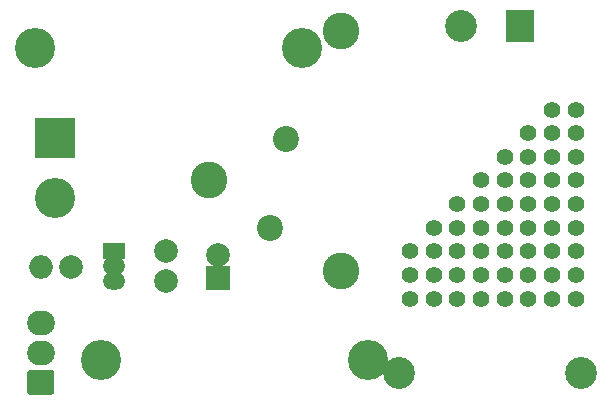
<source format=gbs>
%TF.GenerationSoftware,KiCad,Pcbnew,5.1.2-f72e74a~84~ubuntu18.04.1*%
%TF.CreationDate,2019-07-23T18:47:29+02:00*%
%TF.ProjectId,InWall-ACDC,496e5761-6c6c-42d4-9143-44432e6b6963,1.0*%
%TF.SameCoordinates,Original*%
%TF.FileFunction,Soldermask,Bot*%
%TF.FilePolarity,Negative*%
%FSLAX46Y46*%
G04 Gerber Fmt 4.6, Leading zero omitted, Abs format (unit mm)*
G04 Created by KiCad (PCBNEW 5.1.2-f72e74a~84~ubuntu18.04.1) date 2019-07-23 18:47:29*
%MOMM*%
%LPD*%
G04 APERTURE LIST*
%ADD10C,1.400000*%
%ADD11C,3.100000*%
%ADD12C,2.000000*%
%ADD13R,2.000000X2.000000*%
%ADD14C,2.700000*%
%ADD15R,2.400000X2.700000*%
%ADD16R,1.900000X1.450000*%
%ADD17O,1.900000X1.450000*%
%ADD18O,2.000000X2.000000*%
%ADD19O,2.350000X2.100000*%
%ADD20C,0.100000*%
%ADD21C,2.100000*%
%ADD22C,2.200000*%
%ADD23C,3.400000*%
%ADD24R,3.400000X3.400000*%
G04 APERTURE END LIST*
D10*
X210000000Y-75000000D03*
X208000000Y-75000000D03*
X206000000Y-75000000D03*
X204000000Y-75000000D03*
X202000000Y-75000000D03*
X200000000Y-75000000D03*
X198000000Y-75000000D03*
X196000000Y-75000000D03*
X210000000Y-73000000D03*
X208000000Y-73000000D03*
X206000000Y-73000000D03*
X204000000Y-73000000D03*
X202000000Y-73000000D03*
X200000000Y-73000000D03*
X198000000Y-73000000D03*
X196000000Y-73000000D03*
X210000000Y-71000000D03*
X208000000Y-71000000D03*
X206000000Y-71000000D03*
X204000000Y-71000000D03*
X202000000Y-71000000D03*
X200000000Y-71000000D03*
X198000000Y-71000000D03*
X196000000Y-71000000D03*
X210000000Y-69000000D03*
X208000000Y-69000000D03*
X206000000Y-69000000D03*
X204000000Y-69000000D03*
X202000000Y-69000000D03*
X200000000Y-69000000D03*
X198000000Y-69000000D03*
X210000000Y-67000000D03*
X208000000Y-67000000D03*
X206000000Y-67000000D03*
X204000000Y-67000000D03*
X202000000Y-67000000D03*
X200000000Y-67000000D03*
X210000000Y-65000000D03*
X208000000Y-65000000D03*
X206000000Y-65000000D03*
X204000000Y-65000000D03*
X202000000Y-65000000D03*
X210000000Y-63000000D03*
X208000000Y-63000000D03*
X206000000Y-63000000D03*
X204000000Y-63000000D03*
X210000000Y-61000000D03*
X208000000Y-61000000D03*
X206000000Y-61000000D03*
X210000000Y-59000000D03*
X208000000Y-59000000D03*
D11*
X179000000Y-65000000D03*
D12*
X179700000Y-71300000D03*
D13*
X179700000Y-73300000D03*
D14*
X195090000Y-81310000D03*
X200290000Y-51910000D03*
D15*
X205290000Y-51910000D03*
D14*
X210490000Y-81310000D03*
D16*
X170900000Y-71000000D03*
D17*
X170900000Y-73540000D03*
X170900000Y-72270000D03*
D18*
X164760000Y-72300000D03*
D12*
X167300000Y-72300000D03*
D19*
X164700000Y-77100000D03*
X164700000Y-79600000D03*
D20*
G36*
X165596447Y-81051487D02*
G01*
X165626425Y-81055934D01*
X165655824Y-81063298D01*
X165684358Y-81073508D01*
X165711755Y-81086465D01*
X165737750Y-81102046D01*
X165762092Y-81120100D01*
X165784548Y-81140452D01*
X165804900Y-81162908D01*
X165822954Y-81187250D01*
X165838535Y-81213245D01*
X165851492Y-81240642D01*
X165861702Y-81269176D01*
X165869066Y-81298575D01*
X165873513Y-81328553D01*
X165875000Y-81358823D01*
X165875000Y-82841177D01*
X165873513Y-82871447D01*
X165869066Y-82901425D01*
X165861702Y-82930824D01*
X165851492Y-82959358D01*
X165838535Y-82986755D01*
X165822954Y-83012750D01*
X165804900Y-83037092D01*
X165784548Y-83059548D01*
X165762092Y-83079900D01*
X165737750Y-83097954D01*
X165711755Y-83113535D01*
X165684358Y-83126492D01*
X165655824Y-83136702D01*
X165626425Y-83144066D01*
X165596447Y-83148513D01*
X165566177Y-83150000D01*
X163833823Y-83150000D01*
X163803553Y-83148513D01*
X163773575Y-83144066D01*
X163744176Y-83136702D01*
X163715642Y-83126492D01*
X163688245Y-83113535D01*
X163662250Y-83097954D01*
X163637908Y-83079900D01*
X163615452Y-83059548D01*
X163595100Y-83037092D01*
X163577046Y-83012750D01*
X163561465Y-82986755D01*
X163548508Y-82959358D01*
X163538298Y-82930824D01*
X163530934Y-82901425D01*
X163526487Y-82871447D01*
X163525000Y-82841177D01*
X163525000Y-81358823D01*
X163526487Y-81328553D01*
X163530934Y-81298575D01*
X163538298Y-81269176D01*
X163548508Y-81240642D01*
X163561465Y-81213245D01*
X163577046Y-81187250D01*
X163595100Y-81162908D01*
X163615452Y-81140452D01*
X163637908Y-81120100D01*
X163662250Y-81102046D01*
X163688245Y-81086465D01*
X163715642Y-81073508D01*
X163744176Y-81063298D01*
X163773575Y-81055934D01*
X163803553Y-81051487D01*
X163833823Y-81050000D01*
X165566177Y-81050000D01*
X165596447Y-81051487D01*
X165596447Y-81051487D01*
G37*
D21*
X164700000Y-82100000D03*
D11*
X190100000Y-52380000D03*
X190100000Y-72700000D03*
D22*
X185500000Y-61500000D03*
X184100000Y-69000000D03*
D23*
X165900000Y-66480000D03*
D24*
X165900000Y-61400000D03*
D23*
X192400000Y-80200000D03*
X169800000Y-80200000D03*
X164200000Y-53800000D03*
X186800000Y-53800000D03*
D12*
X175300000Y-71000000D03*
X175300000Y-73500000D03*
M02*

</source>
